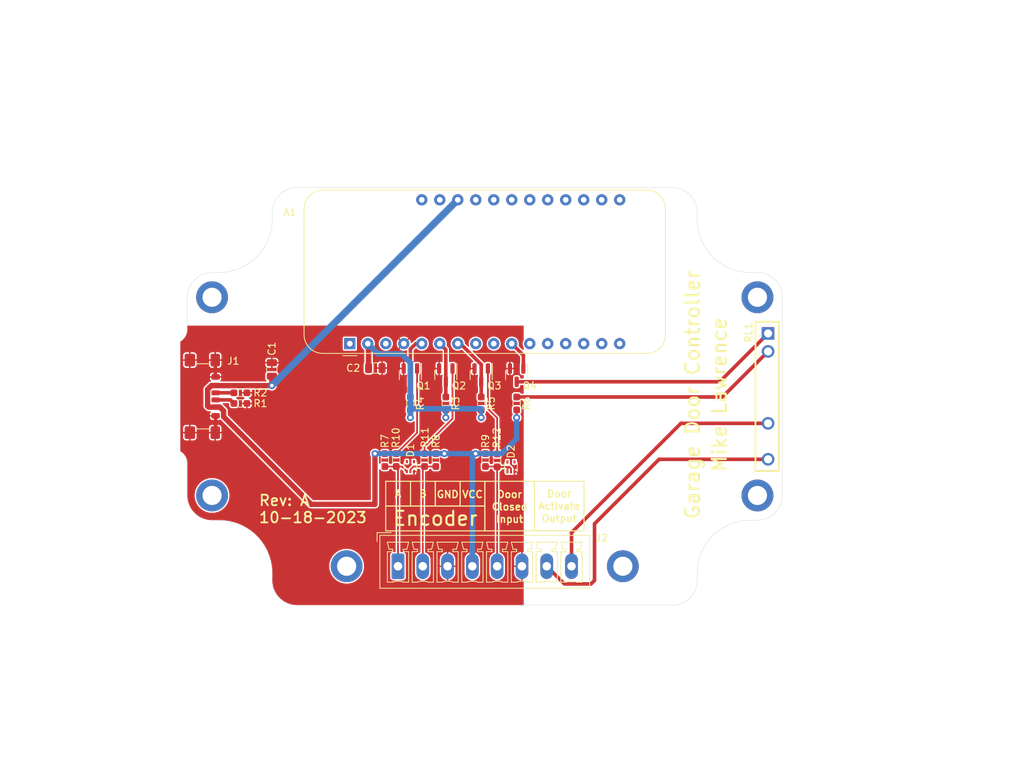
<source format=kicad_pcb>
(kicad_pcb (version 20221018) (generator pcbnew)
  (layers (0 "F.Cu" signal) (31 "B.Cu" signal) (34 "B.Paste" user) (35 "F.Paste" user) (36 "B.SilkS" user "B.Silkscreen") (37 "F.SilkS" user "F.Silkscreen") (38 "B.Mask" user) (39 "F.Mask" user) (44 "Edge.Cuts" user))
  (net 0 "")
  (net 22 "Net-(J1-CC1)")
  (net 23 "+5V")
  (net 24 "GND")
  (net 25 "Net-(J1-CC2)")
  (net 26 "Net-(D1-IO1)")
  (net 27 "Net-(D1-IO2)")
  (net 28 "Net-(D2-IO1)")
  (net 29 "Net-(J2-Pin_7)")
  (net 30 "Net-(J2-Pin_8)")
  (net 31 "Net-(A1-GPIO26)")
  (net 32 "Net-(A1-GPIO25)")
  (net 33 "Net-(A1-GPIO34)")
  (net 34 "Net-(A1-GPIO4)")
  (net 35 "Net-(Q4-D)")
  (net 36 "+3.3V")
  (net 37 "Net-(R6-Pad2)")
  (net 38 "Net-(Q1-G)")
  (net 39 "Net-(Q2-G)")
  (net 40 "Net-(Q3-G)")
  (footprint "Resistor_SMD:R_0603_1608Metric_Pad0.98x0.95mm_HandSolder" (layer "F.Cu") (at 123.4 84 -90)
    (fp_text reference "R7" (at -1.6 0 90) (layer "F.SilkS") (effects (justify left)))
    (fp_text value "4.7K")
    (fp_line (start -0.254724 -0.5225) (end 0.254724 -0.5225) (stroke (width 0.12)) (layer "F.SilkS"))
    (fp_line (start -0.254724 0.5225) (end 0.254724 0.5225) (stroke (width 0.12)) (layer "F.SilkS"))
    (pad "1" smd roundrect (at -0.9125 0 270) (size 0.975 0.95) (layers "F.Cu" "F.Paste" "F.Mask") (net 23 "+5V"))
    (pad "2" smd roundrect (at 0.9125 0 270) (size 0.975 0.95) (layers "F.Cu" "F.Paste" "F.Mask") (net 26 "Net-(D1-IO1)"))
  )
  (footprint "Resistor_SMD:R_0603_1608Metric_Pad0.98x0.95mm_HandSolder" (layer "F.Cu") (at 103 76)
    (fp_text reference "R1" (at 1.75 0) (layer "F.SilkS") (effects (justify left)))
    (fp_text value "5.1K")
    (fp_line (start -0.254724 -0.5225) (end 0.254724 -0.5225) (stroke (width 0.12)) (layer "F.SilkS"))
    (fp_line (start -0.254724 0.5225) (end 0.254724 0.5225) (stroke (width 0.12)) (layer "F.SilkS"))
    (pad "1" smd roundrect (at -0.9125 0) (size 0.975 0.95) (layers "F.Cu" "F.Paste" "F.Mask") (net 25 "Net-(J1-CC2)"))
    (pad "2" smd roundrect (at 0.9125 0) (size 0.975 0.95) (layers "F.Cu" "F.Paste" "F.Mask") (net 24 "GND"))
  )
  (footprint "Package_TO_SOT_SMD:SOT-23" (layer "F.Cu") (at 142 72 -90)
    (fp_text reference "Q4" (at 1.5 -0.75 180) (layer "F.SilkS") (effects (justify left)))
    (fp_text value "2N7002K")
    (fp_line (start 0 -1.56) (end -1.675 -1.56) (stroke (width 0.12)) (layer "F.SilkS"))
    (fp_line (start 0 -1.56) (end 0.65 -1.56) (stroke (width 0.12)) (layer "F.SilkS"))
    (fp_line (start 0 1.56) (end -0.65 1.56) (stroke (width 0.12)) (layer "F.SilkS"))
    (fp_line (start 0 1.56) (end 0.65 1.56) (stroke (width 0.12)) (layer "F.SilkS"))
    (pad "1" smd roundrect (at -0.9375 -0.95 270) (size 1.475 0.6) (layers "F.Cu" "F.Paste" "F.Mask") (net 34 "Net-(A1-GPIO4)"))
    (pad "2" smd roundrect (at -0.9375 0.95 270) (size 1.475 0.6) (layers "F.Cu" "F.Paste" "F.Mask") (net 24 "GND"))
    (pad "3" smd roundrect (at 0.9375 0 270) (size 1.475 0.6) (layers "F.Cu" "F.Paste" "F.Mask") (net 35 "Net-(Q4-D)"))
  )
  (footprint "MountingHole:MountingHole_2.7mm_M2.5_ISO7380_Pad_TopBottom" (layer "F.Cu") (at 176 61)
    (fp_text reference "REF**" hide)
    (fp_text value "MountingHole_2.7mm_M2.5_ISO7380_Pad_TopBottom" hide)
    (pad "1" thru_hole circle locked (at 0 0) (size 3.1 3.1) (drill 2.7) (layers "*.Cu" "*.Mask"))
    (pad "1" connect circle locked (at 0 0) (size 4.5 4.5) (layers "F.Cu" "F.Mask"))
    (pad "1" connect circle locked (at 0 0) (size 4.5 4.5) (layers "B.Cu" "B.Mask"))
  )
  (footprint "Resistor_SMD:R_0603_1608Metric_Pad0.98x0.95mm_HandSolder" (layer "F.Cu") (at 137 76 90)
    (fp_text reference "R5" (at 0 1.4 270) (layer "F.SilkS"))
    (fp_text value "5.1K")
    (fp_line (start -0.254724 -0.5225) (end 0.254724 -0.5225) (stroke (width 0.12)) (layer "F.SilkS"))
    (fp_line (start -0.254724 0.5225) (end 0.254724 0.5225) (stroke (width 0.12)) (layer "F.SilkS"))
    (pad "1" smd roundrect (at -0.9125 0 90) (size 0.975 0.95) (layers "F.Cu" "F.Paste" "F.Mask") (net 36 "+3.3V"))
    (pad "2" smd roundrect (at 0.9125 0 90) (size 0.975 0.95) (layers "F.Cu" "F.Paste" "F.Mask") (net 33 "Net-(A1-GPIO34)"))
  )
  (footprint "Capacitor_SMD:C_0805_2012Metric" (layer "F.Cu") (at 107.4425 71.2 -90)
    (fp_text reference "C1" (at -1.85 0 90) (layer "F.SilkS") (effects (justify left)))
    (fp_text value "1uF")
    (fp_line (start -0.261252 -0.735) (end 0.261252 -0.735) (stroke (width 0.12)) (layer "F.SilkS"))
    (fp_line (start -0.261252 0.735) (end 0.261252 0.735) (stroke (width 0.12)) (layer "F.SilkS"))
    (pad "1" smd roundrect (at -0.95 0 270) (size 1 1.45) (layers "F.Cu" "F.Paste" "F.Mask") (net 24 "GND"))
    (pad "2" smd roundrect (at 0.95 0 270) (size 1 1.45) (layers "F.Cu" "F.Paste" "F.Mask") (net 23 "+5V"))
  )
  (footprint "Package_TO_SOT_SMD:SOT-23" (layer "F.Cu") (at 132 72 -90)
    (fp_text reference "Q2" (at 1.5 -0.75 180) (layer "F.SilkS") (effects (justify left)))
    (fp_text value "2N7002K")
    (fp_line (start 0 -1.56) (end -1.675 -1.56) (stroke (width 0.12)) (layer "F.SilkS"))
    (fp_line (start 0 -1.56) (end 0.65 -1.56) (stroke (width 0.12)) (layer "F.SilkS"))
    (fp_line (start 0 1.56) (end -0.65 1.56) (stroke (width 0.12)) (layer "F.SilkS"))
    (fp_line (start 0 1.56) (end 0.65 1.56) (stroke (width 0.12)) (layer "F.SilkS"))
    (pad "1" smd roundrect (at -0.9375 -0.95 270) (size 1.475 0.6) (layers "F.Cu" "F.Paste" "F.Mask") (net 39 "Net-(Q2-G)"))
    (pad "2" smd roundrect (at -0.9375 0.95 270) (size 1.475 0.6) (layers "F.Cu" "F.Paste" "F.Mask") (net 24 "GND"))
    (pad "3" smd roundrect (at 0.9375 0 270) (size 1.475 0.6) (layers "F.Cu" "F.Paste" "F.Mask") (net 32 "Net-(A1-GPIO25)"))
  )
  (footprint "Capacitor_SMD:C_0805_2012Metric" (layer "F.Cu") (at 122.05 71)
    (fp_text reference "C2" (at -2.05 0) (layer "F.SilkS") (effects (justify right)))
    (fp_text value "1uF")
    (fp_line (start -0.261252 -0.735) (end 0.261252 -0.735) (stroke (width 0.12)) (layer "F.SilkS"))
    (fp_line (start -0.261252 0.735) (end 0.261252 0.735) (stroke (width 0.12)) (layer "F.SilkS"))
    (pad "1" smd roundrect (at -0.95 0) (size 1 1.45) (layers "F.Cu" "F.Paste" "F.Mask") (net 36 "+3.3V"))
    (pad "2" smd roundrect (at 0.95 0) (size 1 1.45) (layers "F.Cu" "F.Paste" "F.Mask") (net 24 "GND"))
  )
  (footprint "Package_TO_SOT_SMD:SOT-553" (layer "F.Cu") (at 141.2 84.9625 90)
    (fp_text reference "D2" (at 1.1 0 90) (layer "F.SilkS") (effects (justify left)))
    (fp_text value "TPD2E2U06")
    (fp_line (start -0.9 -0.9) (end 0.65 -0.9) (stroke (width 0.12)) (layer "F.SilkS"))
    (fp_line (start 0.65 0.9) (end -0.65 0.9) (stroke (width 0.12)) (layer "F.SilkS"))
    (pad "1" smd rect (at -0.7 -0.5 90) (size 0.45 0.3) (layers "F.Cu" "F.Paste" "F.Mask") (net 28 "Net-(D2-IO1)"))
    (pad "2" smd rect (at -0.7 0 90) (size 0.45 0.3) (layers "F.Cu" "F.Paste" "F.Mask") (net 28 "Net-(D2-IO1)"))
    (pad "3" smd rect (at -0.7 0.5 90) (size 0.45 0.3) (layers "F.Cu" "F.Paste" "F.Mask") (net 24 "GND"))
    (pad "4" smd rect (at 0.7 0.5 90) (size 0.45 0.3) (layers "F.Cu" "F.Paste" "F.Mask"))
    (pad "5" smd rect (at 0.7 -0.5 90) (size 0.45 0.3) (layers "F.Cu" "F.Paste" "F.Mask"))
  )
  (footprint "Connector_Phoenix_MC:PhoenixContact_MCV_1,5_8-G-3.5_1x08_P3.50mm_Vertical" (layer "F.Cu") (at 125.25 99)
    (fp_text reference "J2" (at 28.75 -4) (layer "F.SilkS"))
    (fp_text value "Screw_Terminal_01x08" hide)
    (fp_line (start -2.95 -4.75) (end -0.95 -4.75) (stroke (width 0.12)) (layer "F.SilkS"))
    (fp_line (start -2.95 -3.5) (end -2.95 -4.75) (stroke (width 0.12)) (layer "F.SilkS"))
    (fp_line (start -2.56 -4.36) (end -2.56 3.11) (stroke (width 0.12)) (layer "F.SilkS"))
    (fp_line (start -2.56 3.11) (end 27.06 3.11) (stroke (width 0.12)) (layer "F.SilkS"))
    (fp_line (start -1.5 -3.4) (end 1.5 -3.4) (stroke (width 0.12)) (layer "F.SilkS"))
    (fp_line (start -1.5 -2.05) (end -0.75 -2.05) (stroke (width 0.12)) (layer "F.SilkS"))
    (fp_line (start -1.5 2.25) (end -1.5 -2.05) (stroke (width 0.12)) (layer "F.SilkS"))
    (fp_line (start -1.25 -2.4) (end -1.5 -3.4) (stroke (width 0.12)) (layer "F.SilkS"))
    (fp_line (start -0.75 -2.4) (end -1.25 -2.4) (stroke (width 0.12)) (layer "F.SilkS"))
    (fp_line (start -0.75 -2.05) (end -0.75 -2.4) (stroke (width 0.12)) (layer "F.SilkS"))
    (fp_line (start -0.75 2.25) (end -1.5 2.25) (stroke (width 0.12)) (layer "F.SilkS"))
    (fp_line (start 0.75 -2.4) (end 0.75 -2.05) (stroke (width 0.12)) (layer "F.SilkS"))
    (fp_line (start 0.75 -2.05) (end 1.5 -2.05) (stroke (width 0.12)) (layer "F.SilkS"))
    (fp_line (start 1.25 -2.4) (end 0.75 -2.4) (stroke (width 0.12)) (layer "F.SilkS"))
    (fp_line (start 1.5 -3.4) (end 1.25 -2.4) (stroke (width 0.12)) (layer "F.SilkS"))
    (fp_line (start 1.5 -2.05) (end 1.5 2.25) (stroke (width 0.12)) (layer "F.SilkS"))
    (fp_line (start 1.5 2.25) (end 0.75 2.25) (stroke (width 0.12)) (layer "F.SilkS"))
    (fp_line (start 2 -3.4) (end 5 -3.4) (stroke (width 0.12)) (layer "F.SilkS"))
    (fp_line (start 2 -2.05) (end 2.75 -2.05) (stroke (width 0.12)) (layer "F.SilkS"))
    (fp_line (start 2 2.25) (end 2 -2.05) (stroke (width 0.12)) (layer "F.SilkS"))
    (fp_line (start 2.25 -2.4) (end 2 -3.4) (stroke (width 0.12)) (layer "F.SilkS"))
    (fp_line (start 2.75 -2.4) (end 2.25 -2.4) (stroke (width 0.12)) (layer "F.SilkS"))
    (fp_line (start 2.75 -2.05) (end 2.75 -2.4) (stroke (width 0.12)) (layer "F.SilkS"))
    (fp_line (start 2.75 2.25) (end 2 2.25) (stroke (width 0.12)) (layer "F.SilkS"))
    (fp_line (start 4.25 -2.4) (end 4.25 -2.05) (stroke (width 0.12)) (layer "F.SilkS"))
    (fp_line (start 4.25 -2.05) (end 5 -2.05) (stroke (width 0.12)) (layer "F.SilkS"))
    (fp_line (start 4.75 -2.4) (end 4.25 -2.4) (stroke (width 0.12)) (layer "F.SilkS"))
    (fp_line (start 5 -3.4) (end 4.75 -2.4) (stroke (width 0.12)) (layer "F.SilkS"))
    (fp_line (start 5 -2.05) (end 5 2.25) (stroke (width 0.12)) (layer "F.SilkS"))
    (fp_line (start 5 2.25) (end 4.25 2.25) (stroke (width 0.12)) (layer "F.SilkS"))
    (fp_line (start 5.5 -3.4) (end 8.5 -3.4) (stroke (width 0.12)) (layer "F.SilkS"))
    (fp_line (start 5.5 -2.05) (end 6.25 -2.05) (stroke (width 0.12)) (layer "F.SilkS"))
    (fp_line (start 5.5 2.25) (end 5.5 -2.05) (stroke (width 0.12)) (layer "F.SilkS"))
    (fp_line (start 5.75 -2.4) (end 5.5 -3.4) (stroke (width 0.12)) (layer "F.SilkS"))
    (fp_line (start 6.25 -2.4) (end 5.75 -2.4) (stroke (width 0.12)) (layer "F.SilkS"))
    (fp_line (start 6.25 -2.05) (end 6.25 -2.4) (stroke (width 0.12)) (layer "F.SilkS"))
    (fp_line (start 6.25 2.25) (end 5.5 2.25) (stroke (width 0.12)) (layer "F.SilkS"))
    (fp_line (start 7.75 -2.4) (end 7.75 -2.05) (stroke (width 0.12)) (layer "F.SilkS"))
    (fp_line (start 7.75 -2.05) (end 8.5 -2.05) (stroke (width 0.12)) (layer "F.SilkS"))
    (fp_line (start 8.25 -2.4) (end 7.75 -2.4) (stroke (width 0.12)) (layer "F.SilkS"))
    (fp_line (start 8.5 -3.4) (end 8.25 -2.4) (stroke (width 0.12)) (layer "F.SilkS"))
    (fp_line (start 8.5 -2.05) (end 8.5 2.25) (stroke (width 0.12)) (layer "F.SilkS"))
    (fp_line (start 8.5 2.25) (end 7.75 2.25) (stroke (width 0.12)) (layer "F.SilkS"))
    (fp_line (start 9 -3.4) (end 12 -3.4) (stroke (width 0.12)) (layer "F.SilkS"))
    (fp_line (start 9 -2.05) (end 9.75 -2.05) (stroke (width 0.12)) (layer "F.SilkS"))
    (fp_line (start 9 2.25) (end 9 -2.05) (stroke (width 0.12)) (layer "F.SilkS"))
    (fp_line (start 9.25 -2.4) (end 9 -3.4) (stroke (width 0.12)) (layer "F.SilkS"))
    (fp_line (start 9.75 -2.4) (end 9.25 -2.4) (stroke (width 0.12)) (layer "F.SilkS"))
    (fp_line (start 9.75 -2.05) (end 9.75 -2.4) (stroke (width 0.12)) (layer "F.SilkS"))
    (fp_line (start 9.75 2.25) (end 9 2.25) (stroke (width 0.12)) (layer "F.SilkS"))
    (fp_line (start 11.25 -2.4) (end 11.25 -2.05) (stroke (width 0.12)) (layer "F.SilkS"))
    (fp_line (start 11.25 -2.05) (end 12 -2.05) (stroke (width 0.12)) (layer "F.SilkS"))
    (fp_line (start 11.75 -2.4) (end 11.25 -2.4) (stroke (width 0.12)) (layer "F.SilkS"))
    (fp_line (start 12 -3.4) (end 11.75 -2.4) (stroke (width 0.12)) (layer "F.SilkS"))
    (fp_line (start 12 -2.05) (end 12 2.25) (stroke (width 0.12)) (layer "F.SilkS"))
    (fp_line (start 12 2.25) (end 11.25 2.25) (stroke (width 0.12)) (layer "F.SilkS"))
    (fp_line (start 12.5 -3.4) (end 15.5 -3.4) (stroke (width 0.12)) (layer "F.SilkS"))
    (fp_line (start 12.5 -2.05) (end 13.25 -2.05) (stroke (width 0.12)) (layer "F.SilkS"))
    (fp_line (start 12.5 2.25) (end 12.5 -2.05) (stroke (width 0.12)) (layer "F.SilkS"))
    (fp_line (start 12.75 -2.4) (end 12.5 -3.4) (stroke (width 0.12)) (layer "F.SilkS"))
    (fp_line (start 13.25 -2.4) (end 12.75 -2.4) (stroke (width 0.12)) (layer "F.SilkS"))
    (fp_line (start 13.25 -2.05) (end 13.25 -2.4) (stroke (width 0.12)) (layer "F.SilkS"))
    (fp_line (start 13.25 2.25) (end 12.5 2.25) (stroke (width 0.12)) (layer "F.SilkS"))
    (fp_line (start 14.75 -2.4) (end 14.75 -2.05) (stroke (width 0.12)) (layer "F.SilkS"))
    (fp_line (start 14.75 -2.05) (end 15.5 -2.05) (stroke (width 0.12)) (layer "F.SilkS"))
    (fp_line (start 15.25 -2.4) (end 14.75 -2.4) (stroke (width 0.12)) (layer "F.SilkS"))
    (fp_line (start 15.5 -3.4) (end 15.25 -2.4) (stroke (width 0.12)) (layer "F.SilkS"))
    (fp_line (start 15.5 -2.05) (end 15.5 2.25) (stroke (width 0.12)) (layer "F.SilkS"))
    (fp_line (start 15.5 2.25) (end 14.75 2.25) (stroke (width 0.12)) (layer "F.SilkS"))
    (fp_line (start 16 -3.4) (end 19 -3.4) (stroke (width 0.12)) (layer "F.SilkS"))
    (fp_line (start 16 -2.05) (end 16.75 -2.05) (stroke (width 0.12)) (layer "F.SilkS"))
    (fp_line (start 16 2.25) (end 16 -2.05) (stroke (width 0.12)) (layer "F.SilkS"))
    (fp_line (start 16.25 -2.4) (end 16 -3.4) (stroke (width 0.12)) (layer "F.SilkS"))
    (fp_line (start 16.75 -2.4) (end 16.25 -2.4) (stroke (width 0.12)) (layer "F.SilkS"))
    (fp_line (start 16.75 -2.05) (end 16.75 -2.4) (stroke (width 0.12)) (layer "F.SilkS"))
    (fp_line (start 16.75 2.25) (end 16 2.25) (stroke (width 0.12)) (layer "F.SilkS"))
    (fp_line (start 18.25 -2.4) (end 18.25 -2.05) (stroke (width 0.12)) (layer "F.SilkS"))
    (fp_line (start 18.25 -2.05) (end 19 -2.05) (stroke (width 0.12)) (layer "F.SilkS"))
    (fp_line (start 18.75 -2.4) (end 18.25 -2.4) (stroke (width 0.12)) (layer "F.SilkS"))
    (fp_line (start 19 -3.4) (end 18.75 -2.4) (stroke (width 0.12)) (layer "F.SilkS"))
    (fp_line (start 19 -2.05) (end 19 2.25) (stroke (width 0.12)) (layer "F.SilkS"))
    (fp_line (start 19 2.25) (end 18.25 2.25) (stroke (width 0.12)) (layer "F.SilkS"))
    (fp_line (start 19.5 -3.4) (end 22.5 -3.4) (stroke (width 0.12)) (layer "F.SilkS"))
    (fp_line (start 19.5 -2.05) (end 20.25 -2.05) (stroke (width 0.12)) (layer "F.SilkS"))
    (fp_line (start 19.5 2.25) (end 19.5 -2.05) (stroke (width 0.12)) (layer "F.SilkS"))
    (fp_line (start 19.75 -2.4) (end 19.5 -3.4) (stroke (width 0.12)) (layer "F.SilkS"))
    (fp_line (start 20.25 -2.4) (end 19.75 -2.4) (stroke (width 0.12)) (layer "F.SilkS"))
    (fp_line (start 20.25 -2.05) (end 20.25 -2.4) (stroke (width 0.12)) (layer "F.SilkS"))
    (fp_line (start 20.25 2.25) (end 19.5 2.25) (stroke (width 0.12)) (layer "F.SilkS"))
    (fp_line (start 21.75 -2.4) (end 21.75 -2.05) (stroke (width 0.12)) (layer "F.SilkS"))
    (fp_line (start 21.75 -2.05) (end 22.5 -2.05) (stroke (width 0.12)) (layer "F.SilkS"))
    (fp_line (start 22.25 -2.4) (end 21.75 -2.4) (stroke (width 0.12)) (layer "F.SilkS"))
    (fp_line (start 22.5 -3.4) (end 22.25 -2.4) (stroke (width 0.12)) (layer "F.SilkS"))
    (fp_line (start 22.5 -2.05) (end 22.5 2.25) (stroke (width 0.12)) (layer "F.SilkS"))
    (fp_line (start 22.5 2.25) (end 21.75 2.25) (stroke (width 0.12)) (layer "F.SilkS"))
    (fp_line (start 23 -3.4) (end 26 -3.4) (stroke (width 0.12)) (layer "F.SilkS"))
    (fp_line (start 23 -2.05) (end 23.75 -2.05) (stroke (width 0.12)) (layer "F.SilkS"))
    (fp_line (start 23 2.25) (end 23 -2.05) (stroke (width 0.12)) (layer "F.SilkS"))
    (fp_line (start 23.25 -2.4) (end 23 -3.4) (stroke (width 0.12)) (layer "F.SilkS"))
    (fp_line (start 23.75 -2.4) (end 23.25 -2.4) (stroke (width 0.12)) (layer "F.SilkS"))
    (fp_line (start 23.75 -2.05) (end 23.75 -2.4) (stroke (width 0.12)) (layer "F.SilkS"))
    (fp_line (start 23.75 2.25) (end 23 2.25) (stroke (width 0.12)) (layer "F.SilkS"))
    (fp_line (start 25.25 -2.4) (end 25.25 -2.05) (stroke (width 0.12)) (layer "F.SilkS"))
    (fp_line (start 25.25 -2.05) (end 26 -2.05) (stroke (width 0.12)) (layer "F.SilkS"))
    (fp_line (start 25.75 -2.4) (end 25.25 -2.4) (stroke (width 0.12)) (layer "F.SilkS"))
    (fp_line (start 26 -3.4) (end 25.75 -2.4) (stroke (width 0.12)) (layer "F.SilkS"))
    (fp_line (start 26 -2.05) (end 26 2.25) (stroke (width 0.12)) (layer "F.SilkS"))
    (fp_line (start 26 2.25) (end 25.25 2.25) (stroke (width 0.12)) (layer "F.SilkS"))
    (fp_line (start 27.06 -4.36) (end -2.56 -4.36) (stroke (width 0.12)) (layer "F.SilkS"))
    (fp_line (start 27.06 3.11) (end 27.06 -4.36) (stroke (width 0.12)) (layer "F.SilkS"))
    (fp_arc (start -0.75 2.25) (mid -0.000193 2.09191) (end 0.749647 2.249844) (stroke (width 0.12)) (layer "F.SilkS"))
    (fp_arc (start 2.75 2.25) (mid 3.499807 2.09191) (end 4.249647 2.249844) (stroke (width 0.12)) (layer "F.SilkS"))
    (fp_arc (start 6.25 2.25) (mid 6.999807 2.09191) (end 7.749647 2.249844) (stroke (width 0.12)) (layer "F.SilkS"))
    (fp_arc (start 9.75 2.25) (mid 10.499807 2.09191) (end 11.249647 2.249844) (stroke (width 0.12)) (layer "F.SilkS"))
    (fp_arc (start 13.25 2.25) (mid 13.999807 2.09191) (end 14.749647 2.249844) (stroke (width 0.12)) (layer "F.SilkS"))
    (fp_arc (start 16.75 2.25) (mid 17.499807 2.09191) (end 18.249647 2.249844) (stroke (width 0.12)) (layer "F.SilkS"))
    (fp_arc (start 20.25 2.25) (mid 20.999807 2.09191) (end 21.749647 2.249844) (stroke (width 0.12)) (layer "F.SilkS"))
    (fp_arc (start 23.75 2.25) (mid 24.499807 2.09191) (end 25.249647 2.249844) (stroke (width 0.12)) (layer "F.SilkS"))
    (pad "1" thru_hole roundrect locked (at 0 0) (size 1.8 3.6) (drill 1.2) (layers "*.Cu" "*.Mask") (roundrect_rratio 0.1388888889) (net 26 "Net-(D1-IO1)"))
    (pad "2" thru_hole oval locked (at 3.5 0) (size 1.8 3.6) (drill 1.2) (layers "*.Cu" "*.Mask") (net 27 "Net-(D1-IO2)"))
    (pad "3" thru_hole oval locked (at 7 0) (size 1.8 3.6) (drill 1.2) (layers "*.Cu" "*.Mask") (net 24 "GND"))
    (pad "4" thru_hole oval locked (at 10.5 0) (size 1.8 3.6) (drill 1.2) (layers "*.Cu" "*.Mask") (net 23 "+5V"))
    (pad "5" thru_hole oval locked (at 14 0) (size 1.8 3.6) (drill 1.2) (layers "*.Cu" "*.Mask") (net 28 "Net-(D2-IO1)"))
    (pad "6" thru_hole oval locked (at 17.5 0) (size 1.8 3.6) (drill 1.2) (layers "*.Cu" "*.Mask") (net 24 "GND"))
    (pad "7" thru_hole oval locked (at 21 0) (size 1.8 3.6) (drill 1.2) (layers "*.Cu" "*.Mask") (net 29 "Net-(J2-Pin_7)"))
    (pad "8" thru_hole oval locked (at 24.5 0) (size 1.8 3.6) (drill 1.2) (layers "*.Cu" "*.Mask") (net 30 "Net-(J2-Pin_8)"))
  )
  (footprint "Resistor_SMD:R_0603_1608Metric_Pad0.98x0.95mm_HandSolder" (layer "F.Cu") (at 103 74.5)
    (fp_text reference "R2" (at 1.75 0) (layer "F.SilkS") (effects (justify left)))
    (fp_text value "5.1K")
    (fp_line (start -0.254724 -0.5225) (end 0.254724 -0.5225) (stroke (width 0.12)) (layer "F.SilkS"))
    (fp_line (start -0.254724 0.5225) (end 0.254724 0.5225) (stroke (width 0.12)) (layer "F.SilkS"))
    (pad "1" smd roundrect (at -0.9125 0) (size 0.975 0.95) (layers "F.Cu" "F.Paste" "F.Mask") (net 22 "Net-(J1-CC1)"))
    (pad "2" smd roundrect (at 0.9125 0) (size 0.975 0.95) (layers "F.Cu" "F.Paste" "F.Mask") (net 24 "GND"))
  )
  (footprint "Package_TO_SOT_SMD:SOT-23" (layer "F.Cu") (at 137 72 -90)
    (fp_text reference "Q3" (at 1.5 -0.75 180) (layer "F.SilkS") (effects (justify left)))
    (fp_text value "2N7002K")
    (fp_line (start 0 -1.56) (end -1.675 -1.56) (stroke (width 0.12)) (layer "F.SilkS"))
    (fp_line (start 0 -1.56) (end 0.65 -1.56) (stroke (width 0.12)) (layer "F.SilkS"))
    (fp_line (start 0 1.56) (end -0.65 1.56) (stroke (width 0.12)) (layer "F.SilkS"))
    (fp_line (start 0 1.56) (end 0.65 1.56) (stroke (width 0.12)) (layer "F.SilkS"))
    (pad "1" smd roundrect (at -0.9375 -0.95 270) (size 1.475 0.6) (layers "F.Cu" "F.Paste" "F.Mask") (net 40 "Net-(Q3-G)"))
    (pad "2" smd roundrect (at -0.9375 0.95 270) (size 1.475 0.6) (layers "F.Cu" "F.Paste" "F.Mask") (net 24 "GND"))
    (pad "3" smd roundrect (at 0.9375 0 270) (size 1.475 0.6) (layers "F.Cu" "F.Paste" "F.Mask") (net 33 "Net-(A1-GPIO34)"))
  )
  (footprint "MountingHole:MountingHole_2.7mm_M2.5_ISO7380_Pad_TopBottom" (layer "F.Cu") (at 99 61)
    (fp_text reference "REF**" hide)
    (fp_text value "MountingHole_2.7mm_M2.5_ISO7380_Pad_TopBottom" hide)
    (pad "1" thru_hole circle locked (at 0 0) (size 3.1 3.1) (drill 2.7) (layers "*.Cu" "*.Mask"))
    (pad "1" connect circle locked (at 0 0) (size 4.5 4.5) (layers "F.Cu" "F.Mask"))
    (pad "1" connect circle locked (at 0 0) (size 4.5 4.5) (layers "B.Cu" "B.Mask"))
  )
  (footprint "Relay_THT-ML:Relay_IXYS_PowerSIP" (layer "F.Cu") (at 177.5 75 -90)
    (fp_text reference "RL1" (at -9 2.75 90) (layer "F.SilkS") (effects (font (size 1.016 1.016) (thickness 0.1524))))
    (fp_text value "CPC1511Y")
    (fp_line (start -10.541 -1.524) (end -10.541 1.778) (stroke (width 0.254)) (layer "F.SilkS"))
    (fp_line (start -10.541 1.778) (end 10.541 1.778) (stroke (width 0.254)) (layer "F.SilkS"))
    (fp_line (start 10.541 -1.524) (end -10.541 -1.524) (stroke (width 0.254)) (layer "F.SilkS"))
    (fp_line (start 10.541 1.778) (end 10.541 -1.524) (stroke (width 0.254)) (layer "F.SilkS"))
    (pad "1" thru_hole rect (at -8.89 0 270) (size 1.778 1.778) (drill 1.143) (layers "*.Cu" "*.Mask") (net 35 "Net-(Q4-D)"))
    (pad "2" thru_hole circle (at -6.35 0 270) (size 1.778 1.778) (drill 1.143) (layers "*.Cu" "*.Mask") (net 37 "Net-(R6-Pad2)"))
    (pad "3" thru_hole circle (at 3.81 0 270) (size 1.778 1.778) (drill 1.143) (layers "*.Cu" "*.Mask") (net 30 "Net-(J2-Pin_8)"))
    (pad "4" thru_hole circle (at 8.89 0 270) (size 1.778 1.778) (drill 1.143) (layers "*.Cu" "*.Mask") (net 29 "Net-(J2-Pin_7)"))
  )
  (footprint "Resistor_SMD:R_0603_1608Metric_Pad0.98x0.95mm_HandSolder" (layer "F.Cu") (at 130.6 84 -90)
    (fp_text reference "R8" (at -1.6 0 90) (layer "F.SilkS") (effects (justify left)))
    (fp_text value "4.7K")
    (fp_line (start -0.254724 -0.5225) (end 0.254724 -0.5225) (stroke (width 0.12)) (layer "F.SilkS"))
    (fp_line (start -0.254724 0.5225) (end 0.254724 0.5225) (stroke (width 0.12)) (layer "F.SilkS"))
    (pad "1" smd roundrect (at -0.9125 0 270) (size 0.975 0.95) (layers "F.Cu" "F.Paste" "F.Mask") (net 23 "+5V"))
    (pad "2" smd roundrect (at 0.9125 0 270) (size 0.975 0.95) (layers "F.Cu" "F.Paste" "F.Mask") (net 27 "Net-(D1-IO2)"))
  )
  (footprint "Package_TO_SOT_SMD:SOT-23" (layer "F.Cu") (at 127 72 -90)
    (fp_text reference "Q1" (at 1.5 -0.75) (layer "F.SilkS") (effects (justify left)))
    (fp_text value "2N7002K")
    (fp_line (start 0 -1.56) (end -1.675 -1.56) (stroke (width 0.12)) (layer "F.SilkS"))
    (fp_line (start 0 -1.56) (end 0.65 -1.56) (stroke (width 0.12)) (layer "F.SilkS"))
    (fp_line (start 0 1.56) (end -0.65 1.56) (stroke (width 0.12)) (layer "F.SilkS"))
    (fp_line (start 0 1.56) (end 0.65 1.56) (stroke (width 0.12)) (layer "F.SilkS"))
    (pad "1" smd roundrect (at -0.9375 -0.95 270) (size 1.475 0.6) (layers "F.Cu" "F.Paste" "F.Mask") (net 38 "Net-(Q1-G)"))
    (pad "2" smd roundrect (at -0.9375 0.95 270) (size 1.475 0.6) (layers "F.Cu" "F.Paste" "F.Mask") (net 24 "GND"))
    (pad "3" smd roundrect (at 0.9375 0 270) (size 1.475 0.6) (layers "F.Cu" "F.Paste" "F.Mask") (net 31 "Net-(A1-GPIO26)"))
  )
  (footprint "Resistor_SMD:R_0603_1608Metric_Pad0.98x0.95mm_HandSolder" (layer "F.Cu") (at 127 76 90)
    (fp_text reference "R4" (at 0 1.4 270) (layer "F.SilkS"))
    (fp_text value "5.1K")
    (fp_line (start -0.254724 -0.5225) (end 0.254724 -0.5225) (stroke (width 0.12)) (layer "F.SilkS"))
    (fp_line (start -0.254724 0.5225) (end 0.254724 0.5225) (stroke (width 0.12)) (layer "F.SilkS"))
    (pad "1" smd roundrect (at -0.9125 0 90) (size 0.975 0.95) (layers "F.Cu" "F.Paste" "F.Mask") (net 36 "+3.3V"))
    (pad "2" smd roundrect (at 0.9125 0 90) (size 0.975 0.95) (layers "F.Cu" "F.Paste" "F.Mask") (net 31 "Net-(A1-GPIO26)"))
  )
  (footprint "Resistor_SMD:R_0603_1608Metric_Pad0.98x0.95mm_HandSolder" (layer "F.Cu") (at 129 84 -90)
    (fp_text reference "R11" (at -1.65 -0.05 90) (layer "F.SilkS") (effects (justify left)))
    (fp_text value "300")
    (fp_line (start -0.254724 -0.5225) (end 0.254724 -0.5225) (stroke (width 0.12)) (layer "F.SilkS"))
    (fp_line (start -0.254724 0.5225) (end 0.254724 0.5225) (stroke (width 0.12)) (layer "F.SilkS"))
    (pad "1" smd roundrect (at -0.9125 0 270) (size 0.975 0.95) (layers "F.Cu" "F.Paste" "F.Mask") (net 39 "Net-(Q2-G)"))
    (pad "2" smd roundrect (at 0.9125 0 270) (size 0.975 0.95) (layers "F.Cu" "F.Paste" "F.Mask") (net 27 "Net-(D1-IO2)"))
  )
  (footprint "MountingHole:MountingHole_2.7mm_M2.5_ISO7380_Pad_TopBottom" (layer "F.Cu") (at 118 99)
    (fp_text reference "REF**" hide)
    (fp_text value "MountingHole_2.7mm_M2.5_ISO7380_Pad_TopBottom" hide)
    (pad "1" thru_hole circle locked (at 0 0) (size 3.1 3.1) (drill 2.7) (layers "*.Cu" "*.Mask"))
    (pad "1" connect circle locked (at 0 0) (size 4.5 4.5) (layers "F.Cu" "F.Mask"))
    (pad "1" connect circle locked (at 0 0) (size 4.5 4.5) (layers "B.Cu" "B.Mask"))
  )
  (footprint "MountingHole:MountingHole_2.7mm_M2.5_ISO7380_Pad_TopBottom" (layer "F.Cu") (at 157 99)
    (fp_text reference "REF**" hide)
    (fp_text value "MountingHole_2.7mm_M2.5_ISO7380_Pad_TopBottom" hide)
    (pad "1" thru_hole circle locked (at 0 0) (size 3.1 3.1) (drill 2.7) (layers "*.Cu" "*.Mask"))
    (pad "1" connect circle locked (at 0 0) (size 4.5 4.5) (layers "F.Cu" "F.Mask"))
    (pad "1" connect circle locked (at 0 0) (size 4.5 4.5) (layers "B.Cu" "B.Mask"))
  )
  (footprint "Resistor_SMD:R_0603_1608Metric_Pad0.98x0.95mm_HandSolder" (layer "F.Cu") (at 139.25 84.05 -90)
    (fp_text reference "R12" (at -1.65 0.05 90) (layer "F.SilkS") (effects (justify left)))
    (fp_text value "300")
    (fp_line (start -0.254724 -0.5225) (end 0.254724 -0.5225) (stroke (width 0.12)) (layer "F.SilkS"))
    (fp_line (start -0.254724 0.5225) (end 0.254724 0.5225) (stroke (width 0.12)) (layer "F.SilkS"))
    (pad "1" smd roundrect (at -0.9125 0 270) (size 0.975 0.95) (layers "F.Cu" "F.Paste" "F.Mask") (net 40 "Net-(Q3-G)"))
    (pad "2" smd roundrect (at 0.9125 0 270) (size 0.975 0.95) (layers "F.Cu" "F.Paste" "F.Mask") (net 28 "Net-(D2-IO1)"))
  )
  (footprint "Adafruit-ML:Adafruit_ESP32_Feather_V2_5400" (layer "F.Cu") (at 118.45 67.5525 90)
    (fp_text reference "A1" (at 18.5525 -8.45 180) (layer "F.SilkS"))
    (fp_text value "Adafruit Feather ESP32 V2" hide)
    (fp_line (start -1.7 1) (end -1.7 -1) (stroke (width 0.12)) (layer "F.SilkS"))
    (fp_line (start -1.38 -3.81) (end -1.38 41.91) (stroke (width 0.12)) (layer "F.SilkS"))
    (fp_line (start 19.05 -6.46) (end 1.27 -6.46) (stroke (width 0.12)) (layer "F.SilkS"))
    (fp_line (start 19.05 44.56) (end 1.27 44.56) (stroke (width 0.12)) (layer "F.SilkS"))
    (fp_line (start 21.7 -3.81) (end 21.7 41.91) (stroke (width 0.12)) (layer "F.SilkS"))
    (fp_arc (start -1.38 -3.81) (mid -0.603833 -5.683833) (end 1.27 -6.46) (stroke (width 0.12)) (layer "F.SilkS"))
    (fp_arc (start 1.27 44.56) (mid -0.603833 43.783833) (end -1.38 41.91) (stroke (width 0.12)) (layer "F.SilkS"))
    (fp_arc (start 19.05 -6.46) (mid 20.923833 -5.683833) (end 21.7 -3.81) (stroke (width 0.12)) (layer "F.SilkS"))
    (fp_arc (start 21.7 41.91) (mid 20.923833 43.783833) (end 19.05 44.56) (stroke (width 0.12)) (layer "F.SilkS"))
    (pad "1" thru_hole rect locked (at 0 0 270) (size 1.6 1.6) (drill 0.8) (layers "*.Cu" "*.Mask"))
    (pad "2" thru_hole circle locked (at 0 2.54 270) (size 1.6 1.6) (drill 0.8) (layers "*.Cu" "*.Mask") (net 36 "+3.3V"))
    (pad "3" thru_hole circle locked (at 0 5.08 270) (size 1.6 1.6) (drill 0.8) (layers "*.Cu" "*.Mask"))
    (pad "4" thru_hole circle locked (at 0 7.62 270) (size 1.6 1.6) (drill 0.8) (layers "*.Cu" "*.Mask") (net 24 "GND"))
    (pad "5" thru_hole circle locked (at 0 10.16 270) (size 1.6 1.6) (drill 0.8) (layers "*.Cu" "*.Mask") (net 31 "Net-(A1-GPIO26)"))
    (pad "6" thru_hole circle locked (at 0 12.7 270) (size 1.6 1.6) (drill 0.8) (layers "*.Cu" "*.Mask") (net 32 "Net-(A1-GPIO25)"))
    (pad "7" thru_hole circle locked (at 0 15.24 270) (size 1.6 1.6) (drill 0.8) (layers "*.Cu" "*.Mask") (net 33 "Net-(A1-GPIO34)"))
    (pad "8" thru_hole circle locked (at 0 17.78 270) (size 1.6 1.6) (drill 0.8) (layers "*.Cu" "*.Mask"))
    (pad "9" thru_hole circle locked (at 0 20.32 270) (size 1.6 1.6) (drill 0.8) (layers "*.Cu" "*.Mask"))
    (pad "10" thru_hole circle locked (at 0 22.86 270) (size 1.6 1.6) (drill 0.8) (layers "*.Cu" "*.Mask") (net 34 "Net-(A1-GPIO4)"))
    (pad "11" thru_hole circle locked (at 0 25.4 270) (size 1.6 1.6) (drill 0.8) (layers "*.Cu" "*.Mask"))
    (pad "12" thru_hole circle locked (at 0 27.94 270) (size 1.6 1.6) (drill 0.8) (layers "*.Cu" "*.Mask"))
    (pad "13" thru_hole circle locked (at 0 30.48 270) (size 1.6 1.6) (drill 0.8) (layers "*.Cu" "*.Mask"))
    (pad "14" thru_hole circle locked (at 0 33.02 270) (size 1.6 1.6) (drill 0.8) (layers "*.Cu" "*.Mask"))
    (pad "15" thru_hole circle locked (at 0 35.56 270) (size 1.6 1.6) (drill 0.8) (layers "*.Cu" "*.Mask"))
    (pad "16" thru_hole circle locked (at 0 38.1 270) (size 1.6 1.6) (drill 0.8) (layers "*.Cu" "*.Mask"))
    (pad "17" thru_hole circle locked (at 20.32 38.1 270) (size 1.6 1.6) (drill 0.8) (layers "*.Cu" "*.Mask"))
    (pad "18" thru_hole circle locked (at 20.32 35.56 270) (size 1.6 1.6) (drill 0.8) (layers "*.Cu" "*.Mask"))
    (pad "19" thru_hole circle locked (at 20.32 33.02 270) (size 1.6 1.6) (drill 0.8) (layers "*.Cu" "*.Mask"))
    (pad "20" thru_hole circle locked (at 20.32 30.48 270) (size 1.6 1.6) (drill 0.8) (layers "*.Cu" "*.Mask"))
    (pad "21" thru_hole circle locked (at 20.32 27.94 270) (size 1.6 1.6) (drill 0.8) (layers "*.Cu" "*.Mask"))
    (pad "22" thru_hole circle locked (at 20.32 25.4 270) (size 1.6 1.6) (drill 0.8) (layers "*.Cu" "*.Mask"))
    (pad "23" thru_hole circle locked (at 20.32 22.86 270) (size 1.6 1.6) (drill 0.8) (layers "*.Cu" "*.Mask"))
    (pad "24" thru_hole circle locked (at 20.32 20.32 270) (size 1.6 1.6) (drill 0.8) (layers "*.Cu" "*.Mask"))
    (pad "25" thru_hole circle locked (at 20.32 17.78 270) (size 1.6 1.6) (drill 0.8) (layers "*.Cu" "*.Mask"))
    (pad "26" thru_hole circle locked (at 20.32 15.24 270) (size 1.6 1.6) (drill 0.8) (layers "*.Cu" "*.Mask") (net 23 "+5V"))
    (pad "27" thru_hole circle locked (at 20.32 12.7 270) (size 1.6 1.6) (drill 0.8) (layers "*.Cu" "*.Mask"))
    (pad "28" thru_hole circle locked (at 20.32 10.16 270) (size 1.6 1.6) (drill 0.8) (layers "*.Cu" "*.Mask"))
  )
  (footprint "MountingHole:MountingHole_2.7mm_M2.5_ISO7380_Pad_TopBottom" (layer "F.Cu") (at 99 89)
    (fp_text reference "REF**" hide)
    (fp_text value "MountingHole_2.7mm_M2.5_ISO7380_Pad_TopBottom" hide)
    (pad "1" thru_hole circle locked (at 0 0) (size 3.1 3.1) (drill 2.7) (layers "*.Cu" "*.Mask"))
    (pad "1" connect circle locked (at 0 0) (size 4.5 4.5) (layers "F.Cu" "F.Mask"))
    (pad "1" connect circle locked (at 0 0) (size 4.5 4.5) (layers "B.Cu" "B.Mask"))
  )
  (footprint "Package_TO_SOT_SMD:SOT-553" (layer "F.Cu") (at 127 84.9125 90)
    (fp_text reference "D1" (at 1.2 0 90) (layer "F.SilkS") (effects (justify left)))
    (fp_text value "TPD2E2U06")
    (fp_line (start -0.9 -0.9) (end 0.65 -0.9) (stroke (width 0.12)) (layer "F.SilkS"))
    (fp_line (start 0.65 0.9) (end -0.65 0.9) (stroke (width 0.12)) (layer "F.SilkS"))
    (pad "1" smd rect (at -0.7 -0.5 90) (size 0.45 0.3) (layers "F.Cu" "F.Paste" "F.Mask") (net 26 "Net-(D1-IO1)"))
    (pad "2" smd rect (at -0.7 0 90) (size 0.45 0.3) (layers "F.Cu" "F.Paste" "F.Mask") (net 27 "Net-(D1-IO2)"))
    (pad "3" smd rect (at -0.7 0.5 90) (size 0.45 0.3) (layers "F.Cu" "F.Paste" "F.Mask") (net 24 "GND"))
    (pad "4" smd rect (at 0.7 0.5 90) (size 0.45 0.3) (layers "F.Cu" "F.Paste" "F.Mask"))
    (pad "5" smd rect (at 0.7 -0.5 90) (size 0.45 0.3) (layers "F.Cu" "F.Paste" "F.Mask"))
  )
  (footprint "Connector_USB:USB_C_Receptacle_GCT_USB4135-GF-A_6P_TopMnt_Horizontal" (layer "F.Cu") (at 96.4675 75 -90)
    (fp_text reference "J1" (at -5 -5.5325 unlocked) (layer "F.SilkS"))
    (fp_text value "USB C Power Only")
    (fp_line (start -4.6 -2.04) (end -4.6 -0.41) (stroke (width 0.12)) (layer "F.SilkS"))
    (fp_line (start 4.6 -2.04) (end 4.6 -0.41) (stroke (width 0.12)) (layer "F.SilkS"))
    (pad "A5" smd roundrect locked (at -0.5 -3.0325 270) (size 0.7 1.2) (layers "F.Cu" "F.Paste" "F.Mask") (net 22 "Net-(J1-CC1)"))
    (pad "A9" smd roundrect locked (at 1.52 -3.0325 90) (size 0.76 1.2) (layers "F.Cu" "F.Paste" "F.Mask") (net 23 "+5V"))
    (pad "A12" smd roundrect locked (at 2.75 -3.0325 90) (size 0.8 1.2) (layers "F.Cu" "F.Paste" "F.Mask") (net 24 "GND"))
    (pad "B5" smd roundrect locked (at 0.5 -3.0325 90) (size 0.7 1.2) (layers "F.Cu" "F.Paste" "F.Mask") (net 25 "Net-(J1-CC2)"))
    (pad "B9" smd roundrect locked (at -1.52 -3.0325 270) (size 0.76 1.2) (layers "F.Cu" "F.Paste" "F.Mask") (net 23 "+5V"))
    (pad "B12" smd roundrect locked (at -2.75 -3.0325 270) (size 0.8 1.2) (layers "F.Cu" "F.Paste" "F.Mask") (net 24 "GND"))
    (pad "S1" smd roundrect locked (at -5.125 -2.9775 270) (size 1.8 1.35) (layers "F.Cu" "F.Paste" "F.Mask") (roundrect_rratio 0.1851851852) (net 24 "GND"))
    (pad "S1" smd roundrect locked (at -5.125 0.6025 270) (size 1.8 1.5) (layers "F.Cu" "F.Paste" "F.Mask") (roundrect_rratio 0.1666666667) (net 24 "GND"))
    (pad "S1" smd roundrect locked (at 5.125 -2.9775 270) (size 1.8 1.35) (layers "F.Cu" "F.Paste" "F.Mask") (roundrect_rratio 0.1851851852) (net 24 "GND"))
    (pad "S1" smd roundrect locked (at 5.125 0.6025 270) (size 1.8 1.5) (layers "F.Cu" "F.Paste" "F.Mask") (roundrect_rratio 0.1666666667) (net 24 "GND"))
  )
  (footprint "Resistor_SMD:R_0603_1608Metric_Pad0.98x0.95mm_HandSolder" (layer "F.Cu") (at 137.6 84 -90)
    (fp_text reference "R9" (at -1.6 0 90) (layer "F.SilkS") (effects (justify left)))
    (fp_text value "4.7K")
    (fp_line (start -0.254724 -0.5225) (end 0.254724 -0.5225) (stroke (width 0.12)) (layer "F.SilkS"))
    (fp_line (start -0.254724 0.5225) (end 0.254724 0.5225) (stroke (width 0.12)) (layer "F.SilkS"))
    (pad "1" smd roundrect (at -0.9125 0 270) (size 0.975 0.95) (layers "F.Cu" "F.Paste" "F.Mask") (net 23 "+5V"))
    (pad "2" smd roundrect (at 0.9125 0 270) (size 0.975 0.95) (layers "F.Cu" "F.Paste" "F.Mask") (net 28 "Net-(D2-IO1)"))
  )
  (footprint "Resistor_SMD:R_0603_1608Metric_Pad0.98x0.95mm_HandSolder" (layer "F.Cu") (at 125 84 -90)
    (fp_text reference "R10" (at -1.6 0.05 90) (layer "F.SilkS") (effects (justify left)))
    (fp_text value "300")
    (fp_line (start -0.254724 -0.5225) (end 0.254724 -0.5225) (stroke (width 0.12)) (layer "F.SilkS"))
    (fp_line (start -0.254724 0.5225) (end 0.254724 0.5225) (stroke (width 0.12)) (layer "F.SilkS"))
    (pad "1" smd roundrect (at -0.9125 0 270) (size 0.975 0.95) (layers "F.Cu" "F.Paste" "F.Mask") (net 38 "Net-(Q1-G)"))
    (pad "2" smd roundrect (at 0.9125 0 270) (size 0.975 0.95) (layers "F.Cu" "F.Paste" "F.Mask") (net 26 "Net-(D1-IO1)"))
  )
  (footprint "MountingHole:MountingHole_2.7mm_M2.5_ISO7380_Pad_TopBottom" (layer "F.Cu") (at 176 89)
    (fp_text reference "REF**" hide)
    (fp_text value "MountingHole_2.7mm_M2.5_ISO7380_Pad_TopBottom" hide)
    (pad "1" thru_hole circle locked (at 0 0) (size 3.1 3.1) (drill 2.7) (layers "*.Cu" "*.Mask"))
    (pad "1" connect circle locked (at 0 0) (size 4.5 4.5) (layers "F.Cu" "F.Mask"))
    (pad "1" connect circle locked (at 0 0) (size 4.5 4.5) (layers "B.Cu" "B.Mask"))
  )
  (footprint "Resistor_SMD:R_0603_1608Metric_Pad0.98x0.95mm_HandSolder" (layer "F.Cu") (at 132 76 90)
    (fp_text reference "R3" (at 0 1.4 270) (layer "F.SilkS"))
    (fp_text value "5.1K")
    (fp_line (start -0.254724 -0.5225) (end 0.254724 -0.5225) (stroke (width 0.12)) (layer "F.SilkS"))
    (fp_line (start -0.254724 0.5225) (end 0.254724 0.5225) (stroke (width 0.12)) (layer "F.SilkS"))
    (pad "1" smd roundrect (at -0.9125 0 90) (size 0.975 0.95) (layers "F.Cu" "F.Paste" "F.Mask") (net 36 "+3.3V"))
    (pad "2" smd roundrect (at 0.9125 0 90) (size 0.975 0.95) (layers "F.Cu" "F.Paste" "F.Mask") (net 32 "Net-(A1-GPIO25)"))
  )
  (footprint "Resistor_SMD:R_0603_1608Metric_Pad0.98x0.95mm_HandSolder" (layer "F.Cu") (at 142 76 90)
    (fp_text reference "R6" (at 0 1.4 270) (layer "F.SilkS"))
    (fp_text value "680")
    (fp_line (start -0.254724 -0.5225) (end 0.254724 -0.5225) (stroke (width 0.12)) (layer "F.SilkS"))
    (fp_line (start -0.254724 0.5225) (end 0.254724 0.5225) (stroke (width 0.12)) (layer "F.SilkS"))
    (pad "1" smd roundrect (at -0.9125 0 90) (size 0.975 0.95) (layers "F.Cu" "F.Paste" "F.Mask") (net 23 "+5V"))
    (pad "2" smd roundrect (at 0.9125 0 90) (size 0.975 0.95) (layers "F.Cu" "F.Paste" "F.Mask") (net 37 "Net-(R6-Pad2)"))
  )
  (gr_rect (start 127.0175 87) (end 130.5175 90.5) (stroke (width 0.15)) (fill none) (layer "F.SilkS"))
  (gr_rect (start 134.0175 87) (end 137.5175 90.5) (stroke (width 0.15)) (fill none) (layer "F.SilkS"))
  (gr_rect (start 137.5175 87) (end 144.5175 94) (stroke (width 0.15)) (fill none) (layer "F.SilkS"))
  (gr_rect (start 123.5175 90.5) (end 137.5175 94) (stroke (width 0.15)) (fill none) (layer "F.SilkS"))
  (gr_rect (start 123.5175 87) (end 127.0175 90.5) (stroke (width 0.15)) (fill none) (layer "F.SilkS"))
  (gr_rect (start 130.5175 87) (end 134.0175 90.5) (stroke (width 0.15)) (fill none) (layer "F.SilkS"))
  (gr_rect (start 144.5175 87) (end 151.5175 94) (stroke (width 0.15)) (fill none) (layer "F.SilkS"))
  (gr_arc (start 176 57.5) (mid 178.474874 58.525126) (end 179.5 61) (stroke (width 0.05)) (layer "Edge.Cuts"))
  (gr_line (start 99 57.5) (end 100 57.5) (stroke (width 0.05)) (layer "Edge.Cuts"))
  (gr_arc (start 95.5 65.5) (mid 95.2355 66.509571) (end 94.5 67.25) (stroke (width 0.05)) (layer "Edge.Cuts"))
  (gr_arc (start 99 92.5) (mid 96.525126 91.474874) (end 95.5 89) (stroke (width 0.05)) (layer "Edge.Cuts"))
  (gr_line (start 111 104.5) (end 164 104.5) (stroke (width 0.05)) (layer "Edge.Cuts"))
  (gr_arc (start 179.5 89) (mid 178.474874 91.474874) (end 176 92.5) (stroke (width 0.05)) (layer "Edge.Cuts"))
  (gr_line (start 179.5 62) (end 179.5 89) (stroke (width 0.05)) (layer "Edge.Cuts"))
  (gr_arc (start 167.5 100) (mid 169.696699 94.696699) (end 175 92.5) (stroke (width 0.05)) (layer "Edge.Cuts"))
  (gr_arc (start 167.5 101) (mid 166.474874 103.474874) (end 164 104.5) (stroke (width 0.05)) (layer "Edge.Cuts"))
  (gr_line (start 107.5 101) (end 107.5 100) (stroke (width 0.05)) (layer "Edge.Cuts"))
  (gr_arc (start 107.5 49) (mid 108.525126 46.525126) (end 111 45.5) (stroke (width 0.05)) (layer "Edge.Cuts"))
  (gr_line (start 95.5 61) (end 95.5 65.5) (stroke (width 0.05)) (layer "Edge.Cuts"))
  (gr_arc (start 100 92.5) (mid 105.303301 94.696699) (end 107.5 100) (stroke (width 0.05)) (layer "Edge.Cuts"))
  (gr_line (start 179.5 62) (end 179.5 61) (stroke (width 0.05)) (layer "Edge.Cuts"))
  (gr_line (start 111 45.5) (end 164 45.5) (stroke (width 0.05)) (layer "Edge.Cuts"))
  (gr_arc (start 111 104.5) (mid 108.525126 103.474874) (end 107.5 101) (stroke (width 0.05)) (layer "Edge.Cuts"))
  (gr_arc (start 95.5 61) (mid 96.525126 58.525126) (end 99 57.5) (stroke (width 0.05)) (layer "Edge.Cuts"))
  (gr_line (start 167.5 49) (end 167.5 50) (stroke (width 0.05)) (layer "Edge.Cuts"))
  (gr_line (start 176 92.5) (end 175 92.5) (stroke (width 0.05)) (layer "Edge.Cuts"))
  (gr_arc (start 94.5 82.75) (mid 95.2355 83.490429) (end 95.5 84.5) (stroke (width 0.05)) (layer "Edge.Cuts"))
  (gr_line (start 175 57.5) (end 176 57.5) (stroke (width 0.05)) (layer "Edge.Cuts"))
  (gr_line (start 95.5 89) (end 95.5 84.5) (stroke (width 0.05)) (layer "Edge.Cuts"))
  (gr_arc (start 107.5 50) (mid 105.303301 55.303301) (end 100 57.5) (stroke (width 0.05)) (layer "Edge.Cuts"))
  (gr_arc (start 164 45.5) (mid 166.474874 46.525126) (end 167.5 49) (stroke (width 0.05)) (layer "Edge.Cuts"))
  (gr_arc (start 175 57.5) (mid 169.696699 55.303301) (end 167.5 50) (stroke (width 0.05)) (layer "Edge.Cuts"))
  (gr_line (start 167.5 100) (end 167.5 101) (stroke (width 0.05)) (layer "Edge.Cuts"))
  (gr_line (start 107.5 50) (end 107.5 49) (stroke (width 0.05)) (layer "Edge.Cuts"))
  (gr_line (start 100 92.5) (end 99 92.5) (stroke (width 0.05)) (layer "Edge.Cuts"))
  (gr_line (start 94.5 67.25) (end 94.5 82.75) (stroke (width 0.05)) (layer "Edge.Cuts"))
  (gr_text "Activate" (at 148.0175 90.5) (layer "F.SilkS") (effects (font (size 1 1) (thickness 0.2) bold)))
  (gr_text "Encoder" (at 130.5175 92.25) (layer "F.SilkS") (effects (font (size 2 2) (thickness 0.3))))
  (gr_text "Input" (at 141.0175 92.35) (layer "F.SilkS") (effects (font (size 1 1) (thickness 0.2) bold)))
  (gr_text "B" (at 128.7675 88.75) (layer "F.SilkS") (effects (font (size 1 1) (thickness 0.2) bold)))
  (gr_text "Door" (at 148.0175 88.75) (layer "F.SilkS") (effects (font (size 1 1) (thickness 0.2) bold)))
  (gr_text "Door" (at 141.0175 88.85) (layer "F.SilkS") (effects (font (size 1 1) (thickness 0.2) bold)))
  (gr_text "Rev: A\n10-18-2023" (at 105.5 93) (layer "F.SilkS") (effects (font (size 1.5 1.5) (thickness 0.25)) (justify left bottom)))
  (gr_text "VCC" (at 135.7675 88.85) (layer "F.SilkS") (effects (font (size 1 1) (thickness 0.2) bold)))
  (gr_text "Closed" (at 141.0175 90.6) (layer "F.SilkS") (effects (font (size 1 1) (thickness 0.2) bold)))
  (gr_text "GND" (at 132.2675 88.85) (layer "F.SilkS") (effects (font (size 1 1) (thickness 0.2) bold)))
  (gr_text "Mike Lawrence" (at 171.8 74.75 90) (layer "F.SilkS") (effects (font (size 2 2) (thickness 0.3)) (justify bottom)))
  (gr_text "Output" (at 148.0175 92.25) (layer "F.SilkS") (effects (font (size 1 1) (thickness 0.2) bold)))
  (gr_text "A" (at 125.2675 88.75) (layer "F.SilkS") (effects (font (size 1 1) (thickness 0.2) bold)))
  (gr_text "Garage Door Controller" (at 168 74.75 90) (layer "F.SilkS") (effects (font (size 2 2) (thickness 0.3)) (justify bottom)))
  (segment (start 102.0875 74.5) (end 99.5 74.5) (width 0.508) (layer "F.Cu") (net 22))
  (segment (start 137.6 83.0875) (end 136.2 83.0875) (width 0.254) (layer "F.Cu") (net 23))
  (segment (start 123.6 83.0875) (end 122 83.0875) (width 0.254) (layer "F.Cu") (net 23))
  (segment (start 113 90.25) (end 122 90.25) (width 0.762) (layer "F.Cu") (net 23))
  (segment (start 98.9 73.48) (end 99.5 73.48) (width 0.762) (layer "F.Cu") (net 23))
  (segment (start 130.4 83.0875) (end 131.8 83.0875) (width 0.254) (layer "F.Cu") (net 23))
  (segment (start 98.3666 76.3666) (end 98.3666 74.0134) (width 0.762) (layer "F.Cu") (net 23))
  (segment (start 100.6334 77.8834) (end 113 90.25) (width 0.762) (layer "F.Cu") (net 23))
  (segment (start 98.52 76.52) (end 98.3666 76.3666) (width 0.762) (layer "F.Cu") (net 23))
  (segment (start 142 76.9125) (end 142 78) (width 0.254) (layer "F.Cu") (net 23))
  (segment (start 107.4425 72.15) (end 107.4425 73.48) (width 0.762) (layer "F.Cu") (net 23))
  (segment (start 122 90.25) (end 122 83.0875) (width 0.762) (layer "F.Cu") (net 23))
  (segment (start 107.4425 73.48) (end 99.5 73.48) (width 0.762) (layer "F.Cu") (net 23))
  (segment (start 99.5 76.52) (end 100.1 76.52) (width 0.762) (layer "F.Cu") (net 23))
  (segment (start 100.1 76.52) (end 100.6334 77.0534) (width 0.762) (layer "F.Cu") (net 23))
  (segment (start 100.6334 77.0534) (end 100.6334 77.8834) (width 0.762) (layer "F.Cu") (net 23))
  (segment (start 99.5 76.52) (end 98.52 76.52) (width 0.762) (layer "F.Cu") (net 23))
  (segment (start 98.3666 74.0134) (end 98.9 73.48) (width 0.762) (layer "F.Cu") (net 23))
  (via (at 142 78) (size 1) (drill 0.5) (layers "F.Cu" "B.Cu") (net 23))
  (via (at 107.4425 73.48) (size 1) (drill 0.5) (layers "F.Cu" "B.Cu") (net 23))
  (via (at 136.2 83.0875) (size 1) (drill 0.5) (layers "F.Cu" "B.Cu") (net 23))
  (via (at 131.8 83.0875) (size 1) (drill 0.5) (layers "F.Cu" "B.Cu") (net 23))
  (via (at 122 83.0875) (size 1) (drill 0.5) (layers "F.Cu" "B.Cu") (net 23))
  (segment (start 122 83.0875) (end 131.8 83.0875) (width 0.762) (layer "B.Cu") (net 23))
  (segment (start 131.8 83.0875) (end 136.2 83.0875) (width 0.762) (layer "B.Cu") (net 23))
  (segment (start 135.75 83.5375) (end 136.2 83.0875) (width 0.762) (layer "B.Cu") (net 23))
  (segment (start 139.9125 83.0875) (end 142 81) (width 0.254) (layer "B.Cu") (net 23))
  (segment (start 142 81) (end 140 83) (width 0.762) (layer "B.Cu") (net 23))
  (segment (start 135.75 97.8) (end 135.75 83.5375) (width 0.762) (layer "B.Cu") (net 23))
  (segment (start 136.2 83.0875) (end 139.9125 83.0875) (width 0.762) (layer "B.Cu") (net 23))
  (segment (start 107.4425 73.48) (end 107.6725 73.25) (width 0.762) (layer "B.Cu") (net 23))
  (segment (start 142 81) (end 142 78) (width 0.762) (layer "B.Cu") (net 23))
  (segment (start 133.69 47.2325) (end 107.4425 73.48) (width 1) (layer "B.Cu") (net 23))
  (segment (start 99.445 69.875) (end 99.445 72.195) (width 0.508) (layer "F.Cu") (net 24))
  (segment (start 99.5 80.07) (end 99.445 80.125) (width 0.508) (layer "F.Cu") (net 24))
  (segment (start 99.445 72.195) (end 99.5 72.25) (width 0.508) (layer "F.Cu") (net 24))
  (segment (start 99.5 77.75) (end 99.5 80.07) (width 0.508) (layer "F.Cu") (net 24))
  (segment (start 101.5875 75.5) (end 102.0875 76) (width 0.508) (layer "F.Cu") (net 25))
  (segment (start 99.5 75.5) (end 101.5875 75.5) (width 0.508) (layer "F.Cu") (net 25))
  (segment (start 125.8 84.9125) (end 126.5 85.6125) (width 0.254) (layer "F.Cu") (net 26))
  (segment (start 125.25 85.1625) (end 125 84.9125) (width 0.254) (layer "F.Cu") (net 26))
  (segment (start 123.4 84.9125) (end 125 84.9125) (width 0.254) (layer "F.Cu") (net 26))
  (segment (start 125.25 99) (end 125.25 85.1625) (width 0.254) (layer "F.Cu") (net 26))
  (segment (start 125 84.9125) (end 125.8 84.9125) (width 0.254) (layer "F.Cu") (net 26))
  (segment (start 128.75 85.1625) (end 129 84.9125) (width 0.254) (layer "F.Cu") (net 27))
  (segment (start 127.429868 84.9125) (end 127 85.342368) (width 0.254) (layer "F.Cu") (net 27))
  (segment (start 129 84.9125) (end 127.429868 84.9125) (width 0.254) (layer "F.Cu") (net 27))
  (segment (start 129 84.9125) (end 130.6 84.9125) (width 0.254) (layer "F.Cu") (net 27))
  (segment (start 128.75 99) (end 128.75 85.1625) (width 0.254) (layer "F.Cu") (net 27))
  (segment (start 127 85.342368) (end 127 85.6125) (width 0.254) (layer "F.Cu") (net 27))
  (segment (start 128.75 84.9625) (end 128.7081 85.0044) (width 0.254) (layer "F.Cu") (net 27))
  (segment (start 140.7 85.225) (end 140.7 85.6625) (width 0.254) (layer "F.Cu") (net 28))
  (segment (start 139.25 84.9625) (end 140.9625 84.9625) (width 0.254) (layer "F.Cu") (net 28))
  (segment (start 140.9625 84.9625) (end 141.2 85.2) (width 0.254) (layer "F.Cu") (net 28))
  (segment (start 140.9625 84.9625) (end 140.7 85.225) (width 0.254) (layer "F.Cu") (net 28))
  (segment (start 139.2 84.9125) (end 139.25 84.9625) (width 0.254) (layer "F.Cu") (net 28))
  (segment (start 141.2 85.2) (end 141.2 85.6625) (width 0.254) (layer "F.Cu") (net 28))
  (segment (start 137.6 84.9125) (end 139.2 84.9125) (width 0.254) (layer "F.Cu") (net 28))
  (segment (start 139.25 84.9625) (end 139.25 97.8) (width 0.254) (layer "F.Cu") (net 28))
  (segment (start 148.75 101.5) (end 152.5 101.5) (width 0.508) (layer "F.Cu") (net 29))
  (segment (start 162.11 83.89) (end 177.5 83.89) (width 0.508) (layer "F.Cu") (net 29))
  (segment (start 146.25 99) (end 148.75 101.5) (width 0.508) (layer "F.Cu") (net 29))
  (segment (start 153 93) (end 162.11 83.89) (width 0.508) (layer "F.Cu") (net 29))
  (segment (start 152.5 101.5) (end 153 101) (width 0.508) (layer "F.Cu") (net 29))
  (segment (start 153 101) (end 153 93) (width 0.508) (layer "F.Cu") (net 29))
  (segment (start 149.75 94.25) (end 149.75 99) (width 0.508) (layer "F.Cu") (net 30))
  (segment (start 165.19 78.81) (end 149.75 94.25) (width 0.508) (layer "F.Cu") (net 30))
  (segment (start 177.5 78.81) (end 165.19 78.81) (width 0.508) (layer "F.Cu") (net 30))
  (segment (start 127 68.321494) (end 127.768994 67.5525) (width 0.508) (layer "F.Cu") (net 31))
  (segment (start 127 72.9375) (end 127 75.0875) (width 0.508) (layer "F.Cu") (net 31))
  (segment (start 127 72.9375) (end 127 68.321494) (width 0.508) (layer "F.Cu") (net 31))
  (segment (start 127.768994 67.5525) (end 128.61 67.5525) (width 0.508) (layer "F.Cu") (net 31))
  (segment (start 131.15 67.5525) (end 132 68.4025) (width 0.508) (layer "F.Cu") (net 32))
  (segment (start 132 68.4025) (end 132 72.9375) (width 0.508) (layer "F.Cu") (net 32))
  (segment (start 132 72.9375) (end 132 75.0875) (width 0.508) (layer "F.Cu") (net 32))
  (segment (start 137 72.9375) (end 137 70.48813) (width 0.508) (layer "F.Cu") (net 33))
  (segment (start 134.06437 67.5525) (end 133.69 67.5525) (width 0.508) (layer "F.Cu") (net 33))
  (segment (start 137 72.9375) (end 137 75.0875) (width 0.508) (layer "F.Cu") (net 33))
  (segment (start 137 70.48813) (end 134.06437 67.5525) (width 0.508) (layer "F.Cu") (net 33))
  (segment (start 142.95 71.0625) (end 142.95 69.1925) (width 0.508) (layer "F.Cu") (net 34))
  (segment (start 141.31 67.5525) (end 142.95 69.1925) (width 0.508) (layer "F.Cu") (net 34))
  (segment (start 142 72.9375) (end 170.6725 72.9375) (width 0.508) (layer "F.Cu") (net 35))
  (segment (start 170.6725 72.9375) (end 177.5 66.11) (width 0.508) (layer "F.Cu") (net 35))
  (segment (start 121.1 71) (end 121.1 67.6625) (width 0.8) (layer "F.Cu") (net 36))
  (segment (start 132 78) (end 132 76.9125) (width 0.508) (layer "F.Cu") (net 36))
  (segment (start 121.1 67.6625) (end 120.99 67.5525) (width 0.25) (layer "F.Cu") (net 36))
  (segment (start 137 76.9125) (end 137 78) (width 0.508) (layer "F.Cu") (net 36))
  (segment (start 127 76.9125) (end 127 78) (width 0.508) (layer "F.Cu") (net 36))
  (via (at 132 78) (size 1) (drill 0.5) (layers "F.Cu" "B.Cu") (net 36))
  (via (at 137 78) (size 1) (drill 0.5) (layers "F.Cu" "B.Cu") (net 36))
  (via (at 127 78) (size 1) (drill 0.5) (layers "F.Cu" "B.Cu") (net 36))
  (segment (start 127 76.75) (end 127 70.25) (width 0.8) (layer "B.Cu") (net 36))
  (segment (start 127 70.25) (end 125.75 69) (width 0.8) (layer "B.Cu") (net 36))
  (segment (start 125.75 69) (end 122.4375 69) (width 0.8) (layer "B.Cu") (net 36))
  (segment (start 137 78) (end 137 76.75) (width 0.508) (layer "B.Cu") (net 36))
  (segment (start 127 78) (end 127 76.75) (width 0.8) (layer "B.Cu") (net 36))
  (segment (start 132 76.75) (end 137 76.75) (width 0.8) (layer "B.Cu") (net 36))
  (segment (start 132 78) (end 132 76.75) (width 0.508) (layer "B.Cu") (net 36))
  (segment (start 127 76.75) (end 132 76.75) (width 0.8) (layer "B.Cu") (net 36))
  (segment (start 122.4375 69) (end 120.99 67.5525) (width 0.8) (layer "B.Cu") (net 36))
  (segment (start 142 75.0875) (end 171.0625 75.0875) (width 0.508) (layer "F.Cu") (net 37))
  (segment (start 171.0625 75.0875) (end 177.5 68.65) (width 0.508) (layer "F.Cu") (net 37))
  (segment (start 125 83.0875) (end 127.95 80.1375) (width 0.254) (layer "F.Cu") (net 38))
  (segment (start 127.95 80.1375) (end 127.95 71.0625) (width 0.254) (layer "F.Cu") (net 38))
  (segment (start 129 83.0875) (end 129 82.102239) (width 0.254) (layer "F.Cu") (net 39))
  (segment (start 129 82.102239) (end 132.95 78.152239) (width 0.254) (layer "F.Cu") (net 39))
  (segment (start 132.95 71.0625) (end 132.95 78.152239) (width 0.254) (layer "F.Cu") (net 39))
  (segment (start 139.25 78.05) (end 139.25 83.1375) (width 0.254) (layer "F.Cu") (net 40))
  (segment (start 137.95 76.75) (end 139.25 78.05) (width 0.254) (layer "F.Cu") (net 40))
  (segment (start 137.95 71.0625) (end 137.95 76.75) (width 0.254) (layer "F.Cu") (net 40))
  (zone (net 24) (net_name "GND") (layer "F.Cu") (connect_pads (clearance 0.2)) (min_thickness 0.2) (fill yes (thermal_gap 0.2) (thermal_bridge_width 0.2))
    (polygon (pts (xy 94 65) (xy 143 65) (xy 143 105) (xy 94 105)))
  )
)
</source>
